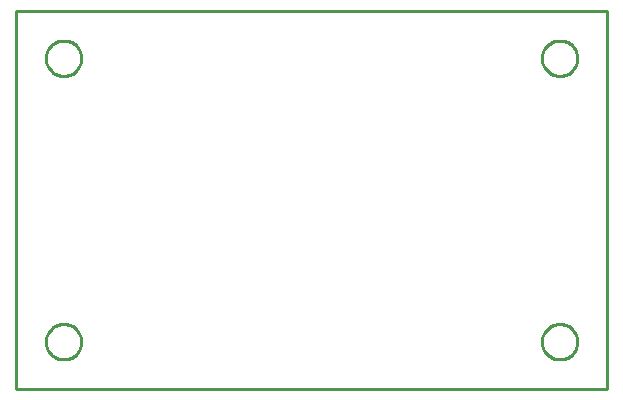
<source format=gbr>
G04 EAGLE Gerber RS-274X export*
G75*
%MOMM*%
%FSLAX34Y34*%
%LPD*%
%IN*%
%IPPOS*%
%AMOC8*
5,1,8,0,0,1.08239X$1,22.5*%
G01*
%ADD10C,0.254000*%


D10*
X0Y0D02*
X500000Y0D01*
X500000Y320000D01*
X0Y320000D01*
X0Y0D01*
X55000Y39464D02*
X54924Y38396D01*
X54771Y37335D01*
X54543Y36288D01*
X54241Y35260D01*
X53867Y34256D01*
X53422Y33281D01*
X52908Y32341D01*
X52329Y31440D01*
X51687Y30582D01*
X50985Y29772D01*
X50228Y29015D01*
X49418Y28313D01*
X48560Y27671D01*
X47659Y27092D01*
X46719Y26578D01*
X45744Y26133D01*
X44740Y25759D01*
X43712Y25457D01*
X42665Y25229D01*
X41604Y25076D01*
X40536Y25000D01*
X39464Y25000D01*
X38396Y25076D01*
X37335Y25229D01*
X36288Y25457D01*
X35260Y25759D01*
X34256Y26133D01*
X33281Y26578D01*
X32341Y27092D01*
X31440Y27671D01*
X30582Y28313D01*
X29772Y29015D01*
X29015Y29772D01*
X28313Y30582D01*
X27671Y31440D01*
X27092Y32341D01*
X26578Y33281D01*
X26133Y34256D01*
X25759Y35260D01*
X25457Y36288D01*
X25229Y37335D01*
X25076Y38396D01*
X25000Y39464D01*
X25000Y40536D01*
X25076Y41604D01*
X25229Y42665D01*
X25457Y43712D01*
X25759Y44740D01*
X26133Y45744D01*
X26578Y46719D01*
X27092Y47659D01*
X27671Y48560D01*
X28313Y49418D01*
X29015Y50228D01*
X29772Y50985D01*
X30582Y51687D01*
X31440Y52329D01*
X32341Y52908D01*
X33281Y53422D01*
X34256Y53867D01*
X35260Y54241D01*
X36288Y54543D01*
X37335Y54771D01*
X38396Y54924D01*
X39464Y55000D01*
X40536Y55000D01*
X41604Y54924D01*
X42665Y54771D01*
X43712Y54543D01*
X44740Y54241D01*
X45744Y53867D01*
X46719Y53422D01*
X47659Y52908D01*
X48560Y52329D01*
X49418Y51687D01*
X50228Y50985D01*
X50985Y50228D01*
X51687Y49418D01*
X52329Y48560D01*
X52908Y47659D01*
X53422Y46719D01*
X53867Y45744D01*
X54241Y44740D01*
X54543Y43712D01*
X54771Y42665D01*
X54924Y41604D01*
X55000Y40536D01*
X55000Y39464D01*
X55000Y279464D02*
X54924Y278396D01*
X54771Y277335D01*
X54543Y276288D01*
X54241Y275260D01*
X53867Y274256D01*
X53422Y273281D01*
X52908Y272341D01*
X52329Y271440D01*
X51687Y270582D01*
X50985Y269772D01*
X50228Y269015D01*
X49418Y268313D01*
X48560Y267671D01*
X47659Y267092D01*
X46719Y266578D01*
X45744Y266133D01*
X44740Y265759D01*
X43712Y265457D01*
X42665Y265229D01*
X41604Y265076D01*
X40536Y265000D01*
X39464Y265000D01*
X38396Y265076D01*
X37335Y265229D01*
X36288Y265457D01*
X35260Y265759D01*
X34256Y266133D01*
X33281Y266578D01*
X32341Y267092D01*
X31440Y267671D01*
X30582Y268313D01*
X29772Y269015D01*
X29015Y269772D01*
X28313Y270582D01*
X27671Y271440D01*
X27092Y272341D01*
X26578Y273281D01*
X26133Y274256D01*
X25759Y275260D01*
X25457Y276288D01*
X25229Y277335D01*
X25076Y278396D01*
X25000Y279464D01*
X25000Y280536D01*
X25076Y281604D01*
X25229Y282665D01*
X25457Y283712D01*
X25759Y284740D01*
X26133Y285744D01*
X26578Y286719D01*
X27092Y287659D01*
X27671Y288560D01*
X28313Y289418D01*
X29015Y290228D01*
X29772Y290985D01*
X30582Y291687D01*
X31440Y292329D01*
X32341Y292908D01*
X33281Y293422D01*
X34256Y293867D01*
X35260Y294241D01*
X36288Y294543D01*
X37335Y294771D01*
X38396Y294924D01*
X39464Y295000D01*
X40536Y295000D01*
X41604Y294924D01*
X42665Y294771D01*
X43712Y294543D01*
X44740Y294241D01*
X45744Y293867D01*
X46719Y293422D01*
X47659Y292908D01*
X48560Y292329D01*
X49418Y291687D01*
X50228Y290985D01*
X50985Y290228D01*
X51687Y289418D01*
X52329Y288560D01*
X52908Y287659D01*
X53422Y286719D01*
X53867Y285744D01*
X54241Y284740D01*
X54543Y283712D01*
X54771Y282665D01*
X54924Y281604D01*
X55000Y280536D01*
X55000Y279464D01*
X475000Y279464D02*
X474924Y278396D01*
X474771Y277335D01*
X474543Y276288D01*
X474241Y275260D01*
X473867Y274256D01*
X473422Y273281D01*
X472908Y272341D01*
X472329Y271440D01*
X471687Y270582D01*
X470985Y269772D01*
X470228Y269015D01*
X469418Y268313D01*
X468560Y267671D01*
X467659Y267092D01*
X466719Y266578D01*
X465744Y266133D01*
X464740Y265759D01*
X463712Y265457D01*
X462665Y265229D01*
X461604Y265076D01*
X460536Y265000D01*
X459464Y265000D01*
X458396Y265076D01*
X457335Y265229D01*
X456288Y265457D01*
X455260Y265759D01*
X454256Y266133D01*
X453281Y266578D01*
X452341Y267092D01*
X451440Y267671D01*
X450582Y268313D01*
X449772Y269015D01*
X449015Y269772D01*
X448313Y270582D01*
X447671Y271440D01*
X447092Y272341D01*
X446578Y273281D01*
X446133Y274256D01*
X445759Y275260D01*
X445457Y276288D01*
X445229Y277335D01*
X445076Y278396D01*
X445000Y279464D01*
X445000Y280536D01*
X445076Y281604D01*
X445229Y282665D01*
X445457Y283712D01*
X445759Y284740D01*
X446133Y285744D01*
X446578Y286719D01*
X447092Y287659D01*
X447671Y288560D01*
X448313Y289418D01*
X449015Y290228D01*
X449772Y290985D01*
X450582Y291687D01*
X451440Y292329D01*
X452341Y292908D01*
X453281Y293422D01*
X454256Y293867D01*
X455260Y294241D01*
X456288Y294543D01*
X457335Y294771D01*
X458396Y294924D01*
X459464Y295000D01*
X460536Y295000D01*
X461604Y294924D01*
X462665Y294771D01*
X463712Y294543D01*
X464740Y294241D01*
X465744Y293867D01*
X466719Y293422D01*
X467659Y292908D01*
X468560Y292329D01*
X469418Y291687D01*
X470228Y290985D01*
X470985Y290228D01*
X471687Y289418D01*
X472329Y288560D01*
X472908Y287659D01*
X473422Y286719D01*
X473867Y285744D01*
X474241Y284740D01*
X474543Y283712D01*
X474771Y282665D01*
X474924Y281604D01*
X475000Y280536D01*
X475000Y279464D01*
X475000Y39464D02*
X474924Y38396D01*
X474771Y37335D01*
X474543Y36288D01*
X474241Y35260D01*
X473867Y34256D01*
X473422Y33281D01*
X472908Y32341D01*
X472329Y31440D01*
X471687Y30582D01*
X470985Y29772D01*
X470228Y29015D01*
X469418Y28313D01*
X468560Y27671D01*
X467659Y27092D01*
X466719Y26578D01*
X465744Y26133D01*
X464740Y25759D01*
X463712Y25457D01*
X462665Y25229D01*
X461604Y25076D01*
X460536Y25000D01*
X459464Y25000D01*
X458396Y25076D01*
X457335Y25229D01*
X456288Y25457D01*
X455260Y25759D01*
X454256Y26133D01*
X453281Y26578D01*
X452341Y27092D01*
X451440Y27671D01*
X450582Y28313D01*
X449772Y29015D01*
X449015Y29772D01*
X448313Y30582D01*
X447671Y31440D01*
X447092Y32341D01*
X446578Y33281D01*
X446133Y34256D01*
X445759Y35260D01*
X445457Y36288D01*
X445229Y37335D01*
X445076Y38396D01*
X445000Y39464D01*
X445000Y40536D01*
X445076Y41604D01*
X445229Y42665D01*
X445457Y43712D01*
X445759Y44740D01*
X446133Y45744D01*
X446578Y46719D01*
X447092Y47659D01*
X447671Y48560D01*
X448313Y49418D01*
X449015Y50228D01*
X449772Y50985D01*
X450582Y51687D01*
X451440Y52329D01*
X452341Y52908D01*
X453281Y53422D01*
X454256Y53867D01*
X455260Y54241D01*
X456288Y54543D01*
X457335Y54771D01*
X458396Y54924D01*
X459464Y55000D01*
X460536Y55000D01*
X461604Y54924D01*
X462665Y54771D01*
X463712Y54543D01*
X464740Y54241D01*
X465744Y53867D01*
X466719Y53422D01*
X467659Y52908D01*
X468560Y52329D01*
X469418Y51687D01*
X470228Y50985D01*
X470985Y50228D01*
X471687Y49418D01*
X472329Y48560D01*
X472908Y47659D01*
X473422Y46719D01*
X473867Y45744D01*
X474241Y44740D01*
X474543Y43712D01*
X474771Y42665D01*
X474924Y41604D01*
X475000Y40536D01*
X475000Y39464D01*
M02*

</source>
